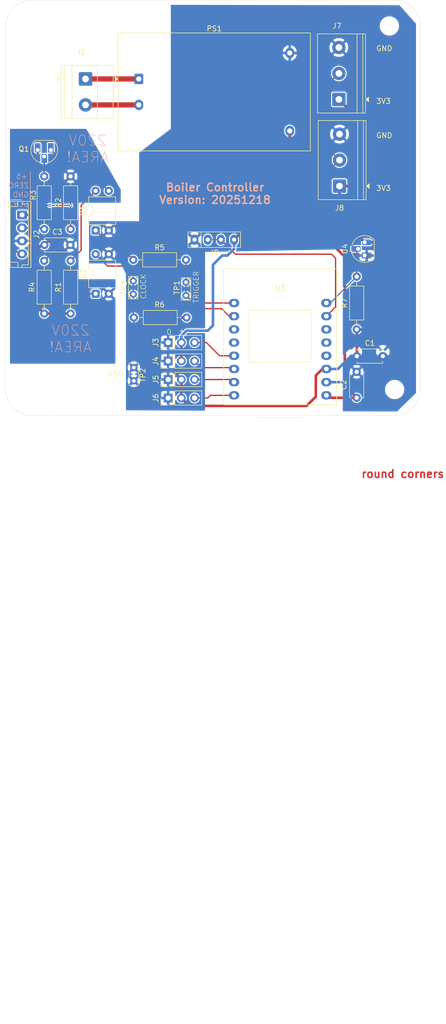
<source format=kicad_pcb>
(kicad_pcb (version 20241229) (generator "pcbnew") (generator_version "9.0")
  (layers (0 "F.Cu" signal) (2 "B.Cu" signal) (13 "F.Paste" user) (15 "B.Paste" user) (5 "F.SilkS" user "F.Silkscreen") (7 "B.SilkS" user "B.Silkscreen") (1 "F.Mask" user) (3 "B.Mask" user) (25 "Edge.Cuts" user))
  (net 0 "")
  (net 1 "GND")
  (net 2 "+5V")
  (net 3 "+5V+EXT")
  (net 4 "/D7_5V")
  (net 5 "/D8_5V")
  (net 6 "/D9_3V")
  (net 7 "/ZERO")
  (net 8 "Net-(Q1-C)")
  (net 9 "GND_EXT")
  (net 10 "/SCR")
  (net 11 "/D10_3v")
  (net 12 "/CLOCK")
  (net 13 "+3V3")
  (net 14 "/TRIGGER")
  (net 15 "Net-(J7-Pin_2)")
  (net 16 "Net-(Q1-B)")
  (net 17 "Net-(Q1-E)")
  (net 18 "/STATUS_LEDS")
  (net 24 "Net-(J1-Pin_1)")
  (net 25 "Net-(J1-Pin_2)")
  (net 26 "Net-(R1-Pad2)")
  (net 27 "Net-(R5-Pad1)")
  (footprint "TerminalBlock_Phoenix:TerminalBlock_Phoenix_PT-1,5-3-5.0-H_1x03_P5.00mm_Horizontal" (layer "F.Cu") (at 64.2555 -60.856 90)
    (property "Reference" "J7" (at 14.144 -0.3835 180) (layer "F.SilkS"))
    (property "Value" "BOILER1")
    (fp_line (start 12.62 -4.12) (end 12.62 5.12) (stroke (width 0.12)) (layer "F.SilkS"))
    (fp_line (start -2.62 -4.12) (end 12.62 -4.12) (stroke (width 0.12)) (layer "F.SilkS"))
    (fp_line (start -2.62 3.5) (end 12.62 3.5) (stroke (width 0.12)) (layer "F.SilkS"))
    (fp_line (start -2.62 4.6) (end 12.62 4.6) (stroke (width 0.12)) (layer "F.SilkS"))
    (fp_line (start 12.62 5.12) (end 0.3 5.12) (stroke (width 0.12)) (layer "F.SilkS"))
    (fp_line (start -0.3 5.12) (end -2.62 5.12) (stroke (width 0.12)) (layer "F.SilkS"))
    (fp_line (start -2.62 5.12) (end -2.62 -4.12) (stroke (width 0.12)) (layer "F.SilkS"))
    (fp_poly (pts (xy 0 5.12) (xy 0.44 5.73) (xy -0.44 5.73)) (stroke (width 0.12)) (fill yes) (layer "F.SilkS"))
    (pad "1" thru_hole roundrect (at 0 0 90) (size 2.6 2.6) (drill 1.3) (layers "*.Cu" "*.Mask") (roundrect_rratio 0.096154) (net 13 "+3V3"))
    (pad "2" thru_hole circle (at 5 0 90) (size 2.6 2.6) (drill 1.3) (layers "*.Cu" "*.Mask") (net 15 "Net-(J7-Pin_2)"))
    (pad "3" thru_hole circle (at 10 0 90) (size 2.6 2.6) (drill 1.3) (layers "*.Cu" "*.Mask") (net 1 "GND"))
  )
  (footprint "Connector_PinHeader_2.54mm:PinHeader_1x03_P2.54mm_Vertical" (layer "F.Cu") (at 31.36 -10.484 90)
    (property "Reference" "J4" (at 0 -2.38 90) (layer "F.SilkS"))
    (property "Value" "IO8")
    (fp_line (start -1.38 -1.38) (end 0 -1.38) (stroke (width 0.12)) (layer "F.SilkS"))
    (fp_line (start -1.38 0) (end -1.38 -1.38) (stroke (width 0.12)) (layer "F.SilkS"))
    (fp_line (start 1.38 1.27) (end 1.38 6.46) (stroke (width 0.12)) (layer "F.SilkS"))
    (fp_line (start -1.38 1.27) (end 1.38 1.27) (stroke (width 0.12)) (layer "F.SilkS"))
    (fp_line (start -1.38 1.27) (end -1.38 6.46) (stroke (width 0.12)) (layer "F.SilkS"))
    (fp_line (start -1.38 6.46) (end 1.38 6.46) (stroke (width 0.12)) (layer "F.SilkS"))
    (pad "1" thru_hole rect (at 0 0 90) (size 1.7 1.7) (drill 1) (layers "*.Cu" "*.Mask") (net 1 "GND"))
    (pad "2" thru_hole circle (at 0 2.54 90) (size 1.7 1.7) (drill 1) (layers "*.Cu" "*.Mask") (net 2 "+5V"))
    (pad "3" thru_hole circle (at 0 5.08 90) (size 1.7 1.7) (drill 1) (layers "*.Cu" "*.Mask") (net 5 "/D8_5V"))
  )
  (footprint "Resistor_THT:R_Axial_DIN0207_L6.3mm_D2.5mm_P10.16mm_Horizontal" (layer "F.Cu") (at 7.484 -35.884 90)
    (property "Reference" "R3" (at 6.534 -2.15 90) (layer "F.SilkS"))
    (property "Value" "22k")
    (fp_line (start 9.12 0) (end 8.35 0) (stroke (width 0.12)) (layer "F.SilkS"))
    (fp_line (start 1.04 0) (end 1.81 0) (stroke (width 0.12)) (layer "F.SilkS"))
    (fp_rect (start 1.81 -1.37) (end 8.35 1.37) (stroke (width 0.12)) (fill no) (layer "F.SilkS"))
    (pad "1" thru_hole circle (at 0 0 90) (size 1.6 1.6) (drill 0.8) (layers "*.Cu" "*.Mask") (net 7 "/ZERO"))
    (pad "2" thru_hole circle (at 10.16 0 90) (size 1.6 1.6) (drill 0.8) (layers "*.Cu" "*.Mask") (net 16 "Net-(Q1-B)"))
  )
  (footprint "hans:TO-92_Hans" (layer "F.Cu") (at 8.754 -51.136 180)
    (property "Reference" "Q1" (at 5.198 0.172 180) (layer "F.SilkS"))
    (property "Value" "2N4401")
    (fp_line (start -0.53 1.85) (end 3.07 1.85) (stroke (width 0.12)) (layer "F.SilkS"))
    (fp_arc (start 2.05 -2.45) (mid 3.769931 -0.601036) (end 3.078445 1.827684) (stroke (width 0.12)) (layer "F.SilkS"))
    (fp_arc (start -0.541453 1.842156) (mid -1.247298 -0.581475) (end 0.45 -2.45) (stroke (width 0.12)) (layer "F.SilkS"))
    (pad "1" thru_hole rect (at 0 0 180) (size 1.1 1.8) (drill 0.75 (offset 0 0.4)) (layers "*.Cu" "*.Mask") (net 17 "Net-(Q1-E)"))
    (pad "2" thru_hole roundrect (at 1.27 -1.27 180) (size 1.1 1.8) (drill 0.75 (offset 0 -0.4)) (layers "*.Cu" "*.Mask") (net 16 "Net-(Q1-B)"))
    (pad "3" thru_hole roundrect (at 2.54 0 180) (size 1.1 1.8) (drill 0.75 (offset 0 0.4)) (layers "*.Cu" "*.Mask") (net 8 "Net-(Q1-C)"))
  )
  (footprint "Converter_ACDC:Converter_ACDC_Hi-Link_HLK-PMxx" (layer "F.Cu") (at 25.7085 -64.8)
    (property "Reference" "PS1" (at 14.54 -9.7 0) (layer "F.SilkS"))
    (property "Value" "HLK-PM01")
    (fp_line (start -3.97 -8.86) (end 33.05 -8.86) (stroke (width 0.12)) (layer "F.SilkS"))
    (fp_line (start -3.97 -0.296) (end -3.97 -8.86) (stroke (width 0.12)) (layer "F.SilkS"))
    (fp_line (start -3.97 13.86) (end -3.97 0.296) (stroke (width 0.12)) (layer "F.SilkS"))
    (fp_line (start 33.05 -8.86) (end 33.05 13.86) (stroke (width 0.12)) (layer "F.SilkS"))
    (fp_line (start 33.05 13.86) (end -3.97 13.86) (stroke (width 0.12)) (layer "F.SilkS"))
    (fp_poly (pts (xy -3.97 0) (xy -4.58 0.44) (xy -4.58 -0.44)) (stroke (width 0.12)) (fill yes) (layer "F.SilkS"))
    (pad "1" thru_hole roundrect (at 0 0) (size 1.7 2) (drill 1) (layers "*.Cu" "*.Mask") (roundrect_rratio 0.147059) (net 24 "Net-(J1-Pin_1)"))
    (pad "2" thru_hole oval (at 0 5) (size 1.7 2) (drill 1) (layers "*.Cu" "*.Mask") (net 25 "Net-(J1-Pin_2)"))
    (pad "3" thru_hole oval (at 29.08 -5) (size 1.7 2) (drill 1) (layers "*.Cu" "*.Mask") (net 1 "GND"))
    (pad "4" thru_hole oval (at 29.08 10) (size 1.7 2) (drill 1) (layers "*.Cu" "*.Mask") (net 2 "+5V"))
  )
  (footprint "Connector_PinHeader_2.54mm:PinHeader_1x03_P2.54mm_Vertical" (layer "F.Cu") (at 31.36 -14.04 90)
    (property "Reference" "J3" (at 0 -2.38 90) (layer "F.SilkS"))
    (property "Value" "IO7")
    (fp_line (start -1.38 -1.38) (end 0 -1.38) (stroke (width 0.12)) (layer "F.SilkS"))
    (fp_line (start -1.38 0) (end -1.38 -1.38) (stroke (width 0.12)) (layer "F.SilkS"))
    (fp_line (start 1.38 1.27) (end 1.38 6.46) (stroke (width 0.12)) (layer "F.SilkS"))
    (fp_line (start -1.38 1.27) (end 1.38 1.27) (stroke (width 0.12)) (layer "F.SilkS"))
    (fp_line (start -1.38 1.27) (end -1.38 6.46) (stroke (width 0.12)) (layer "F.SilkS"))
    (fp_line (start -1.38 6.46) (end 1.38 6.46) (stroke (width 0.12)) (layer "F.SilkS"))
    (pad "1" thru_hole rect (at 0 0 90) (size 1.7 1.7) (drill 1) (layers "*.Cu" "*.Mask") (net 1 "GND"))
    (pad "2" thru_hole circle (at 0 2.54 90) (size 1.7 1.7) (drill 1) (layers "*.Cu" "*.Mask") (net 2 "+5V"))
    (pad "3" thru_hole circle (at 0 5.08 90) (size 1.7 1.7) (drill 1) (layers "*.Cu" "*.Mask") (net 4 "/D7_5V"))
  )
  (footprint "TestPoint:TestPoint_Bridge_Pitch2.54mm_Drill0.7mm" (layer "F.Cu") (at 34.798 -23.114 90)
    (property "Reference" "TP1" (at 1.524 -1.778 90) (layer "F.SilkS"))
    (property "Value" "TestPoint")
    (fp_line (start -0.9 -0.9) (end 3.4 -0.9) (stroke (width 0.12)) (layer "F.SilkS"))
    (fp_line (start -0.9 -0.9) (end -0.9 0.9) (stroke (width 0.12)) (layer "F.SilkS"))
    (fp_line (start 3.4 0.9) (end 3.4 -0.9) (stroke (width 0.12)) (layer "F.SilkS"))
    (fp_line (start 3.4 0.9) (end -0.9 0.9) (stroke (width 0.12)) (layer "F.SilkS"))
    (pad "1" thru_hole circle (at 0 0 90) (size 1.4 1.4) (drill 0.7) (layers "*.Cu" "*.Mask") (net 14 "/TRIGGER"))
    (pad "1" thru_hole circle (at 2.54 0 90) (size 1.4 1.4) (drill 0.7) (layers "*.Cu" "*.Mask") (net 14 "/TRIGGER"))
  )
  (footprint "Resistor_THT:R_Axial_DIN0207_L6.3mm_D2.5mm_P10.16mm_Horizontal" (layer "F.Cu") (at 12.564 -35.884 90)
    (property "Reference" "R2" (at 5.08 -2.37 90) (layer "F.SilkS"))
    (property "Value" "2k2")
    (fp_line (start 9.12 0) (end 8.35 0) (stroke (width 0.12)) (layer "F.SilkS"))
    (fp_line (start 1.04 0) (end 1.81 0) (stroke (width 0.12)) (layer "F.SilkS"))
    (fp_rect (start 1.81 -1.37) (end 8.35 1.37) (stroke (width 0.12)) (fill no) (layer "F.SilkS"))
    (pad "1" thru_hole circle (at 0 0 90) (size 1.6 1.6) (drill 0.8) (layers "*.Cu" "*.Mask") (net 10 "/SCR"))
    (pad "2" thru_hole circle (at 10.16 0 90) (size 1.6 1.6) (drill 0.8) (layers "*.Cu" "*.Mask") (net 9 "GND_EXT"))
  )
  (footprint "Capacitor_THT:C_Disc_D4.7mm_W2.5mm_P5.00mm" (layer "F.Cu") (at 7.524 -32.836)
    (property "Reference" "C3" (at 2.5 -2.5 0) (layer "F.SilkS"))
    (property "Value" "100n")
    (fp_line (start 0.03 -1.37) (end 4.97 -1.37) (stroke (width 0.12)) (layer "F.SilkS"))
    (fp_line (start 0.03 -1.04) (end 0.03 -1.37) (stroke (width 0.12)) (layer "F.SilkS"))
    (fp_line (start 0.03 1.37) (end 0.03 1.04) (stroke (width 0.12)) (layer "F.SilkS"))
    (fp_line (start 4.97 -1.37) (end 4.97 -1.04) (stroke (width 0.12)) (layer "F.SilkS"))
    (fp_line (start 4.97 1.04) (end 4.97 1.37) (stroke (width 0.12)) (layer "F.SilkS"))
    (fp_line (start 4.97 1.37) (end 0.03 1.37) (stroke (width 0.12)) (layer "F.SilkS"))
    (pad "1" thru_hole circle (at 0 0) (size 1.6 1.6) (drill 0.8) (layers "*.Cu" "*.Mask") (net 3 "+5V+EXT"))
    (pad "2" thru_hole circle (at 5 0) (size 1.6 1.6) (drill 0.8) (layers "*.Cu" "*.Mask") (net 9 "GND_EXT"))
  )
  (footprint "Capacitor_THT:C_Disc_D4.7mm_W2.5mm_P5.00mm" (layer "F.Cu") (at 67.722 -11.43)
    (property "Reference" "C1" (at 2.5 -2.5 0) (layer "F.SilkS"))
    (property "Value" "100n")
    (fp_line (start 0.03 -1.37) (end 4.97 -1.37) (stroke (width 0.12)) (layer "F.SilkS"))
    (fp_line (start 0.03 -1.04) (end 0.03 -1.37) (stroke (width 0.12)) (layer "F.SilkS"))
    (fp_line (start 0.03 1.37) (end 0.03 1.04) (stroke (width 0.12)) (layer "F.SilkS"))
    (fp_line (start 4.97 -1.37) (end 4.97 -1.04) (stroke (width 0.12)) (layer "F.SilkS"))
    (fp_line (start 4.97 1.04) (end 4.97 1.37) (stroke (width 0.12)) (layer "F.SilkS"))
    (fp_line (start 4.97 1.37) (end 0.03 1.37) (stroke (width 0.12)) (layer "F.SilkS"))
    (pad "1" thru_hole circle (at 0 0) (size 1.6 1.6) (drill 0.8) (layers "*.Cu" "*.Mask") (net 13 "+3V3"))
    (pad "2" thru_hole circle (at 5 0) (size 1.6 1.6) (drill 0.8) (layers "*.Cu" "*.Mask") (net 1 "GND"))
  )
  (footprint "Resistor_THT:R_Axial_DIN0207_L6.3mm_D2.5mm_P10.16mm_Horizontal" (layer "F.Cu") (at 67.682 -16.58 90)
    (property "Reference" "R7" (at 5.08 -2.37 90) (layer "F.SilkS"))
    (property "Value" "4k7")
    (fp_line (start 9.12 0) (end 8.35 0) (stroke (width 0.12)) (layer "F.SilkS"))
    (fp_line (start 1.04 0) (end 1.81 0) (stroke (width 0.12)) (layer "F.SilkS"))
    (fp_rect (start 1.81 -1.37) (end 8.35 1.37) (stroke (width 0.12)) (fill no) (layer "F.SilkS"))
    (pad "1" thru_hole circle (at 0 0 90) (size 1.6 1.6) (drill 0.8) (layers "*.Cu" "*.Mask") (net 13 "+3V3"))
    (pad "2" thru_hole circle (at 10.16 0 90) (size 1.6 1.6) (drill 0.8) (layers "*.Cu" "*.Mask") (net 15 "Net-(J7-Pin_2)"))
  )
  (footprint "Capacitor_THT:C_Disc_D4.7mm_W2.5mm_P5.00mm" (layer "F.Cu") (at 67.682 -3.412 90)
    (property "Reference" "C2" (at 2.5 -2.5 90) (layer "F.SilkS"))
    (property "Value" "100n")
    (fp_line (start 4.97 -1.37) (end 4.97 -1.04) (stroke (width 0.12)) (layer "F.SilkS"))
    (fp_line (start 0.03 -1.37) (end 4.97 -1.37) (stroke (width 0.12)) (layer "F.SilkS"))
    (fp_line (start 0.03 -1.04) (end 0.03 -1.37) (stroke (width 0.12)) (layer "F.SilkS"))
    (fp_line (start 4.97 1.04) (end 4.97 1.37) (stroke (width 0.12)) (layer "F.SilkS"))
    (fp_line (start 4.97 1.37) (end 0.03 1.37) (stroke (width 0.12)) (layer "F.SilkS"))
    (fp_line (start 0.03 1.37) (end 0.03 1.04) (stroke (width 0.12)) (layer "F.SilkS"))
    (pad "1" thru_hole circle (at 0 0 90) (size 1.6 1.6) (drill 0.8) (layers "*.Cu" "*.Mask") (net 2 "+5V"))
    (pad "2" thru_hole circle (at 5 0 90) (size 1.6 1.6) (drill 0.8) (layers "*.Cu" "*.Mask") (net 1 "GND"))
  )
  (footprint "Resistor_THT:R_Axial_DIN0207_L6.3mm_D2.5mm_P10.16mm_Horizontal" (layer "F.Cu") (at 34.916 -18.866 180)
    (property "Reference" "R6" (at 5.198 2.47 0) (layer "F.SilkS"))
    (property "Value" "10k")
    (fp_line (start 9.12 0) (end 8.35 0) (stroke (width 0.12)) (layer "F.SilkS"))
    (fp_line (start 1.04 0) (end 1.81 0) (stroke (width 0.12)) (layer "F.SilkS"))
    (fp_rect (start 1.81 -1.37) (end 8.35 1.37) (stroke (width 0.12)) (fill no) (layer "F.SilkS"))
    (pad "1" thru_hole circle (at 0 0 180) (size 1.6 1.6) (drill 0.8) (layers "*.Cu" "*.Mask") (net 13 "+3V3"))
    (pad "2" thru_hole circle (at 10.16 0 180) (size 1.6 1.6) (drill 0.8) (layers "*.Cu" "*.Mask") (net 12 "/CLOCK"))
  )
  (footprint "Resistor_THT:R_Axial_DIN0207_L6.3mm_D2.5mm_P10.16mm_Horizontal" (layer "F.Cu") (at 12.564 -19.628 90)
    (property "Reference" "R1" (at 5.08 -2.37 90) (layer "F.SilkS"))
    (property "Value" "100")
    (fp_line (start 9.12 0) (end 8.35 0) (stroke (width 0.12)) (layer "F.SilkS"))
    (fp_line (start 1.04 0) (end 1.81 0) (stroke (width 0.12)) (layer "F.SilkS"))
    (fp_rect (start 1.81 -1.37) (end 8.35 1.37) (stroke (width 0.12)) (fill no) (layer "F.SilkS"))
    (pad "1" thru_hole circle (at 0 0 90) (size 1.6 1.6) (drill 0.8) (layers "*.Cu" "*.Mask") (net 3 "+5V+EXT"))
    (pad "2" thru_hole circle (at 10.16 0 90) (size 1.6 1.6) (drill 0.8) (layers "*.Cu" "*.Mask") (net 26 "Net-(R1-Pad2)"))
  )
  (footprint "TestPoint:TestPoint_Bridge_Pitch2.54mm_Drill0.7mm" (layer "F.Cu") (at 24.756 -6.674 90)
    (property "Reference" "TP2" (at 1.1 1.7 90) (layer "F.SilkS"))
    (property "Value" "TestPoint")
    (fp_line (start -0.9 -0.9) (end 3.4 -0.9) (stroke (width 0.12)) (layer "F.SilkS"))
    (fp_line (start -0.9 -0.9) (end -0.9 0.9) (stroke (width 0.12)) (layer "F.SilkS"))
    (fp_line (start 3.4 0.9) (end 3.4 -0.9) (stroke (width 0.12)) (layer "F.SilkS"))
    (fp_line (start 3.4 0.9) (end -0.9 0.9) (stroke (width 0.12)) (layer "F.SilkS"))
    (pad "1" thru_hole circle (at 0 0 90) (size 1.4 1.4) (drill 0.7) (layers "*.Cu" "*.Mask") (net 1 "GND"))
    (pad "1" thru_hole circle (at 2.54 0 90) (size 1.4 1.4) (drill 0.7) (layers "*.Cu" "*.Mask") (net 1 "GND"))
  )
  (footprint "TerminalBlock_Phoenix:TerminalBlock_Phoenix_PT-1,5-3-5.0-H_1x03_P5.00mm_Horizontal" (layer "F.Cu") (at 64.38 -44.172 90)
    (property "Reference" "J8" (at -4.224 0 180) (layer "F.SilkS"))
    (property "Value" "BOILER2")
    (fp_line (start 12.62 -4.12) (end 12.62 5.12) (stroke (width 0.12)) (layer "F.SilkS"))
    (fp_line (start -2.62 -4.12) (end 12.62 -4.12) (stroke (width 0.12)) (layer "F.SilkS"))
    (fp_line (start -2.62 3.5) (end 12.62 3.5) (stroke (width 0.12)) (layer "F.SilkS"))
    (fp_line (start -2.62 4.6) (end 12.62 4.6) (stroke (width 0.12)) (layer "F.SilkS"))
    (fp_line (start 12.62 5.12) (end 0.3 5.12) (stroke (width 0.12)) (layer "F.SilkS"))
    (fp_line (start -0.3 5.12) (end -2.62 5.12) (stroke (width 0.12)) (layer "F.SilkS"))
    (fp_line (start -2.62 5.12) (end -2.62 -4.12) (stroke (width 0.12)) (layer "F.SilkS"))
    (fp_poly (pts (xy 0 5.12) (xy 0.44 5.73) (xy -0.44 5.73)) (stroke (width 0.12)) (fill yes) (layer "F.SilkS"))
    (pad "1" thru_hole roundrect (at 0 0 90) (size 2.6 2.6) (drill 1.3) (layers "*.Cu" "*.Mask") (roundrect_rratio 0.096154) (net 13 "+3V3"))
    (pad "2" thru_hole circle (at 5 0 90) (size 2.6 2.6) (drill 1.3) (layers "*.Cu" "*.Mask") (net 15 "Net-(J7-Pin_2)"))
    (pad "3" thru_hole circle (at 10 0 90) (size 2.6 2.6) (drill 1.3) (layers "*.Cu" "*.Mask") (net 1 "GND"))
  )
  (footprint "hans:Pad_01x04" (layer "F.Cu") (at 40.25 -33.852)
    (property "Reference" "J9" (at 0 2.5 0) (layer "F.SilkS"))
    (property "Value" "Status Leds")
    (fp_line (start -5.06 -1.5) (end 5.06 -1.5) (stroke (width 0.12)) (layer "F.SilkS"))
    (fp_line (start -5.06 1.5) (end -5.06 -1.5) (stroke (width 0.12)) (layer "F.SilkS"))
    (fp_line (start -2.54 -1.5) (end -2.54 1.5) (stroke (width 0.12)) (layer "F.SilkS"))
    (fp_line (start 5.06 -1.5) (end 5.06 1.5) (stroke (width 0.12)) (layer "F.SilkS"))
    (fp_line (start 5.06 1.5) (end -5.06 1.5) (stroke (width 0.12)) (layer "F.SilkS"))
    (pad "1" thru_hole oval (at -3.81 0) (size 1.5 2) (drill 0.8) (layers "*.Cu" "*.Mask") (net 1 "GND"))
    (pad "2" thru_hole oval (at -1.27 0) (size 1.5 2) (drill 0.8) (layers "*.Cu" "*.Mask") (net 18 "/STATUS_LEDS"))
    (pad "3" thru_hole oval (at 1.27 0) (size 1.5 2) (drill 0.8) (layers "*.Cu" "*.Mask") (net 18 "/STATUS_LEDS"))
    (pad "4" thru_hole oval (at 3.81 0) (size 1.5 2) (drill 0.8) (layers "*.Cu" "*.Mask") (net 2 "+5V"))
  )
  (footprint "MountingHole:MountingHole_3.2mm_M3" (layer "F.Cu") (at 73.984 -75)
    (property "Reference" "H2" (hide yes))
    (property "Value" "MountingHole")
    (pad "" np_thru_hole circle (at 0 0) (size 3.2 3.2) (drill 3.2) (layers "*.Cu" "*.Mask"))
  )
  (footprint "hans:ESP32_C3_oled" (layer "F.Cu") (at 52.95 -12.77)
    (property "Reference" "U3" (at 0 -11.69 0) (layer "F.SilkS"))
    (property "Value" "ESP32_C3_oled")
    (fp_line (start -10.89 -15.5) (end -10.89 10.69) (stroke (width 0.12)) (layer "F.SilkS"))
    (fp_line (start -10.89 -15.5) (end 10.89 -15.5) (stroke (width 0.1)) (layer "F.SilkS"))
    (fp_line (start -10.89 10.69) (end 10.89 10.69) (stroke (width 0.12)) (layer "F.SilkS"))
    (fp_line (start -6 -7.5) (end 6 -7.5) (stroke (width 0.1)) (layer "F.SilkS"))
    (fp_line (start -6 2.5) (end -6 -7.5) (stroke (width 0.1)) (layer "F.SilkS"))
    (fp_line (start -4.47 13.15) (end 4.47 13.15) (stroke (width 0.1)) (layer "F.SilkS"))
    (fp_line (start 6 -7.5) (end 6 2.5) (stroke (width 0.1)) (layer "F.SilkS"))
    (fp_line (start 6 2.5) (end -6 2.5) (stroke (width 0.1)) (layer "F.SilkS"))
    (fp_line (start 10.89 10.69) (end 10.89 -15.5) (stroke (width 0.12)) (layer "F.SilkS"))
    (pad "1" thru_hole oval (at -8.89 -8.89 270) (size 1.6 2) (drill 0.9) (layers "*.Cu" "*.Mask") (net 14 "/TRIGGER"))
    (pad "2" thru_hole oval (at -8.89 -6.35 270) (size 1.6 2) (drill 0.9) (layers "*.Cu" "*.Mask") (net 12 "/CLOCK"))
    (pad "3" thru_hole oval (at -8.89 -3.81 270) (size 1.6 2) (drill 0.9) (layers "*.Cu" "*.Mask"))
    (pad "4" thru_hole oval (at -8.89 -1.27 270) (size 1.6 2) (drill 0.9) (layers "*.Cu" "*.Mask"))
    (pad "5" thru_hole oval (at -8.89 1.27 270) (size 1.6 2) (drill 0.9) (layers "*.Cu" "*.Mask") (net 4 "/D7_5V"))
    (pad "6" thru_hole oval (at -8.89 3.81 270) (size 1.6 2) (drill 0.9) (layers "*.Cu" "*.Mask") (net 5 "/D8_5V"))
    (pad "7" thru_hole oval (at -8.89 6.35 270) (size 1.6 2) (drill 0.9) (layers "*.Cu" "*.Mask") (net 6 "/D9_3V"))
    (pad "8" thru_hole oval (at -8.89 8.89 270) (size 1.6 2) (drill 0.9) (layers "*.Cu" "*.Mask") (net 11 "/D10_3v"))
    (pad "9" thru_hole oval (at 8.89 8.89 270) (size 1.6 2) (drill 0.9) (layers "*.Cu" "*.Mask") (net 2 "+5V"))
    (pad "10" thru_hole oval (at 8.89 6.35 270) (size 1.6 2) (drill 0.9) (layers "*.Cu" "*.Mask") (net 1 "GND"))
    (pad "11" thru_hole oval (at 8.89 3.81 270) (size 1.6 2) (drill 0.9) (layers "*.Cu" "*.Mask") (net 13 "+3V3"))
    (pad "12" thru_hole oval (at 8.89 1.27 270) (size 1.6 2) (drill 0.9) (layers "*.Cu" "*.Mask"))
    (pad "13" thru_hole oval (at 8.89 -1.27 270) (size 1.6 2) (drill 0.9) (layers "*.Cu" "*.Mask"))
    (pad "14" thru_hole oval (at 8.89 -3.81 270) (size 1.6 2) (drill 0.9) (layers "*.Cu" "*.Mask"))
    (pad "15" thru_hole oval (at 8.89 -6.35 270) (size 1.6 2) (drill 0.9) (layers "*.Cu" "*.Mask") (net 18 "/STATUS_LEDS"))
    (pad "16" thru_hole oval (at 8.89 -8.89 270) (size 1.6 2) (drill 0.9) (layers "*.Cu" "*.Mask") (net 15 "Net-(J7-Pin_2)"))
  )
  (footprint "Connector_JST:JST_EH_B4B-EH-A_1x04_P2.50mm_Vertical" (layer "F.Cu") (at 3.212 -38.618 -90)
    (property "Reference" "J2" (at 3.75 -2.8 270) (layer "F.SilkS"))
    (property "Value" "Conn_01x04_Socket")
    (fp_line (start -2.91 2.61) (end -0.41 2.61) (stroke (width 0.12)) (layer "F.SilkS"))
    (fp_line (start -2.61 2.31) (end 10.11 2.31) (stroke (width 0.12)) (layer "F.SilkS"))
    (fp_line (start 10.11 2.31) (end 10.11 -1.71) (stroke (width 0.12)) (layer "F.SilkS"))
    (fp_line (start -2.61 0.81) (end -1.61 0.81) (stroke (width 0.12)) (layer "F.SilkS"))
    (fp_line (start -1.61 0.81) (end -1.61 2.31) (stroke (width 0.12)) (layer "F.SilkS"))
    (fp_line (start 9.11 0.81) (end 9.11 2.31) (stroke (width 0.12)) (layer "F.SilkS"))
    (fp_line (start 10.11 0.81) (end 9.11 0.81) (stroke (width 0.12)) (layer "F.SilkS"))
    (fp_line (start -2.91 0.11) (end -2.91 2.61) (stroke (width 0.12)) (layer "F.SilkS"))
    (fp_line (start -2.61 0) (end -2.11 0) (stroke (width 0.12)) (layer "F.SilkS"))
    (fp_line (start -2.11 0) (end -2.11 -1.21) (stroke (width 0.12)) (layer "F.SilkS"))
    (fp_line (start 9.61 0) (end 10.11 0) (stroke (width 0.12)) (layer "F.SilkS"))
    (fp_line (start -2.11 -1.21) (end 9.61 -1.21) (stroke (width 0.12)) (layer "F.SilkS"))
    (fp_line (start 9.61 -1.21) (end 9.61 0) (stroke (width 0.12)) (layer "F.SilkS"))
    (fp_line (start -2.61 -1.71) (end -2.61 2.31) (stroke (width 0.12)) (layer "F.SilkS"))
    (fp_line (start 10.11 -1.71) (end -2.61 -1.71) (stroke (width 0.12)) (layer "F.SilkS"))
    (pad "1" thru_hole roundrect (at 0 0 270) (size 1.7 1.95) (drill 0.95) (layers "*.Cu" "*.Mask") (roundrect_rratio 0.147059) (net 3 "+5V+EXT"))
    (pad "2" thru_hole oval (at 2.5 0 270) (size 1.7 1.95) (drill 0.95) (layers "*.Cu" "*.Mask") (net 7 "/ZERO"))
    (pad "3" thru_hole oval (at 5 0 270) (size 1.7 1.95) (drill 0.95) (layers "*.Cu" "*.Mask") (net 9 "GND_EXT"))
    (pad "4" thru_hole oval (at 7.5 0 270) (size 1.7 1.95) (drill 0.95) (layers "*.Cu" "*.Mask") (net 10 "/SCR"))
  )
  (footprint "TestPoint:TestPoint_Bridge_Pitch2.54mm_Drill0.7mm" (layer "F.Cu") (at 24.638 -23.368 90)
    (property "Reference" "TP3" (at 1.27 -1.778 90) (layer "F.SilkS"))
    (property "Value" "TestPoint")
    (fp_line (start -0.9 -0.9) (end 3.4 -0.9) (stroke (width 0.12)) (layer "F.SilkS"))
    (fp_line (start -0.9 -0.9) (end -0.9 0.9) (stroke (width 0.12)) (layer "F.SilkS"))
    (fp_line (start 3.4 0.9) (end 3.4 -0.9) (stroke (width 0.12)) (layer "F.SilkS"))
    (fp_line (start 3.4 0.9) (end -0.9 0.9) (stroke (width 0.12)) (layer "F.SilkS"))
    (pad "1" thru_hole circle (at 0 0 90) (size 1.4 1.4) (drill 0.7) (layers "*.Cu" "*.Mask") (net 12 "/CLOCK"))
    (pad "1" thru_hole circle (at 2.54 0 90) (size 1.4 1.4) (drill 0.7) (layers "*.Cu" "*.Mask") (net 12 "/CLOCK"))
  )
  (footprint "Resistor_THT:R_Axial_DIN0207_L6.3mm_D2.5mm_P10.16mm_Horizontal" (layer "F.Cu") (at 24.638 -29.972)
    (property "Reference" "R5" (at 5.08 -2.37 0) (layer "F.SilkS"))
    (property "Value" "470")
    (fp_line (start 1.04 0) (end 1.81 0) (stroke (width 0.12)) (layer "F.SilkS"))
    (fp_line (start 9.12 0) (end 8.35 0) (stroke (width 0.12)) (layer "F.SilkS"))
    (fp_rect (start 1.81 -1.37) (end 8.35 1.37) (stroke (width 0.12)) (fill no) (layer "F.SilkS"))
    (pad "1" thru_hole circle (at 0 0) (size 1.6 1.6) (drill 0.8) (layers "*.Cu" "*.Mask") (net 27 "Net-(R5-Pad1)"))
    (pad "2" thru_hole circle (at 10.16 0) (size 1.6 1.6) (drill 0.8) (layers "*.Cu" "*.Mask") (net 14 "/TRIGGER"))
  )
  (footprint "Package_DIP:DIP-4_W7.62mm" (layer "F.Cu") (at 17.385 -35.635 90)
    (property "Reference" "U1" (at 3.81 -2.33 90) (layer "F.SilkS"))
    (property "Value" "PC817")
    (fp_line (start 6.46 -1.33) (end 4.81 -1.33) (stroke (width 0.12)) (layer "F.SilkS"))
    (fp_line (start 2.81 -1.33) (end 1.16 -1.33) (stroke (width 0.12)) (layer "F.SilkS"))
    (fp_line (start 1.16 -1.33) (end 1.16 3.87) (stroke (width 0.12)) (layer "F.SilkS"))
    (fp_line (start 6.46 3.87) (end 6.46 -1.33) (stroke (width 0.12)) (layer "F.SilkS"))
    (fp_line (start 1.16 3.87) (end 6.46 3.87) (stroke (width 0.12)) (layer "F.SilkS"))
    (fp_arc (start 4.81 -1.33) (mid 3.81 -0.33) (end 2.81 -1.33) (stroke (width 0.12)) (layer "F.SilkS"))
    (pad "1" thru_hole roundrect (at 0 0 90) (size 1.6 1.6) (drill 0.8) (layers "*.Cu" "*.Mask") (roundrect_rratio 0.15625) (net 27 "Net-(R5-Pad1)"))
    (pad "2" thru_hole circle (at 0 2.54 90) (size 1.6 1.6) (drill 0.8) (layers "*.Cu" "*.Mask") (net 1 "GND"))
    (pad "3" thru_hole circle (at 7.62 2.54 90) (size 1.6 1.6) (drill 0.8) (layers "*.Cu" "*.Mask") (net 10 "/SCR"))
    (pad "4" thru_hole circle (at 7.62 0 90) (size 1.6 1.6) (drill 0.8) (layers "*.Cu" "*.Mask") (net 26 "Net-(R1-Pad2)"))
  )
  (footprint "MountingHole:MountingHole_3.2mm_M3" (layer "F.Cu") (at 5 -5)
    (property "Reference" "H3" (hide yes))
    (property "Value" "MountingHole")
    (pad "" np_thru_hole circle (at 0 0) (size 3.2 3.2) (drill 3.2) (layers "*.Cu" "*.Mask"))
  )
  (footprint "Resistor_THT:R_Axial_DIN0207_L6.3mm_D2.5mm_P10.16mm_Horizontal" (layer "F.Cu") (at 7.484 -19.628 90)
    (property "Reference" "R4" (at 5.08 -2.37 90) (layer "F.SilkS"))
    (property "Value" "1k")
    (fp_line (start 9.12 0) (end 8.35 0) (stroke (width 0.12)) (layer "F.SilkS"))
    (fp_line (start 1.04 0) (end 1.81 0) (stroke (width 0.12)) (layer "F.SilkS"))
    (fp_rect (start 1.81 -1.37) (end 8.35 1.37) (stroke (width 0.12)) (fill no) (layer "F.SilkS"))
    (pad "1" thru_hole circle (at 0 0 90) (size 1.6 1.6) (drill 0.8) (layers "*.Cu" "*.Mask") (net 3 "+5V+EXT"))
    (pad "2" thru_hole circle (at 10.16 0 90) (size 1.6 1.6) (drill 0.8) (layers "*.Cu" "*.Mask") (net 8 "Net-(Q1-C)"))
  )
  (footprint "hans:TO-92_Hans" (layer "F.Cu") (at 69.218 -30.804 90)
    (property "Reference" "U4" (at 1.27 -3.8 90) (layer "F.SilkS"))
    (property "Value" "DS18B20")
    (fp_line (start -0.53 1.85) (end 3.07 1.85) (stroke (width 0.12)) (layer "F.SilkS"))
    (fp_arc (start 2.05 -2.45) (mid 3.769931 -0.601036) (end 3.078445 1.827684) (stroke (width 0.12)) (layer "F.SilkS"))
    (fp_arc (start -0.541453 1.842156) (mid -1.247298 -0.581475) (end 0.45 -2.45) (stroke (width 0.12)) (layer "F.SilkS"))
    (pad "1" thru_hole rect (at 0 0 90) (size 1.1 1.8) (drill 0.75 (offset 0 0.4)) (layers "*.Cu" "*.Mask") (net 1 "GND"))
    (pad "2" thru_hole roundrect (at 1.27 -1.27 90) (size 1.1 1.8) (drill 0.75 (offset 0 -0.4)) (layers "*.Cu" "*.Mask") (net 15 "Net-(J7-Pin_2)"))
    (pad "3" thru_hole roundrect (at 2.54 0 90) (size 1.1 1.8) (drill 0.75 (offset 0 0.4)) (layers "*.Cu" "*.Mask") (net 13 "+3V3"))
  )
  (footprint "TerminalBlock_Phoenix:TerminalBlock_Phoenix_MKDS-1,5-2_1x02_P5.00mm_Horizontal" (layer "F.Cu") (at 15.4395 -64.8 -90)
    (property "Reference" "J1" (at -5.12 0.8435 0) (layer "F.SilkS"))
    (property "Value" "Screw_Terminal_01x02")
    (fp_line (start -2.62 4.72) (end -2.62 -5.32) (stroke (width 0.12)) (layer "F.SilkS"))
    (fp_line (start -0.3 4.72) (end -2.62 4.72) (stroke (width 0.12)) (layer "F.SilkS"))
    (fp_line (start 7.62 4.72) (end 0.3 4.72) (stroke (width 0.12)) (layer "F.SilkS"))
    (fp_line (start -2.62 4.1) (end 7.62 4.1) (stroke (width 0.12)) (layer "F.SilkS"))
    (fp_line (start -2.62 2.6) (end 7.62 2.6) (stroke (width 0.12)) (layer "F.SilkS"))
    (fp_line (start -2.62 -2.3) (end 7.62 -2.3) (stroke (width 0.12)) (layer "F.SilkS"))
    (fp_line (start -2.62 -5.32) (end 7.62 -5.32) (stroke (width 0.12)) (layer "F.SilkS"))
    (fp_line (start 7.62 -5.32) (end 7.62 4.72) (stroke (width 0.12)) (layer "F.SilkS"))
    (fp_poly (pts (xy 0 4.72) (xy 0.44 5.33) (xy -0.44 5.33)) (stroke (width 0.12)) (fill yes) (layer "F.SilkS"))
    (pad "1" thru_hole roundrect (at 0 0 270) (size 2.6 2.6) (drill 1.3) (layers "*.Cu" "*.Mask") (roundrect_rratio 0.096154) (net 24 "Net-(J1-Pin_1)"))
    (pad "2" thru_hole circle (at 5 0 270) (size 2.6 2.6) (drill 1.3) (layers "*.Cu" "*.Mask") (net 25 "Net-(J1-Pin_2)"))
  )
  (footprint "MountingHole:MountingHole_3.2mm_M3" (layer "F.Cu") (at 75 -5)
    (property "Reference" "H4" (hide yes))
    (property "Value" "MountingHole")
    (pad "" np_thru_hole circle (at 0 0) (size 3.2 3.2) (drill 3.2) (layers "*.Cu" "*.Mask"))
  )
  (footprint "Connector_PinHeader_2.54mm:PinHeader_1x03_P2.54mm_Vertical" (layer "F.Cu") (at 31.36 -6.928 90)
    (property "Reference" "J5" (at 0 -2.38 90) (layer "F.SilkS"))
    (property "Value" "IO9")
    (fp_line (start -1.38 -1.38) (end 0 -1.38) (stroke (width 0.12)) (layer "F.SilkS"))
    (fp_line (start -1.38 0) (end -1.38 -1.38) (stroke (width 0.12)) (layer "F.SilkS"))
    (fp_line (start 1.38 1.27) (end 1.38 6.46) (stroke (width 0.12)) (layer "F.SilkS"))
    (fp_line (start -1.38 1.27) (end 1.38 1.27) (stroke (width 0.12)) (layer "F.SilkS"))
    (fp_line (start -1.38 1.27) (end -1.38 6.46) (stroke (width 0.12)) (layer "F.SilkS"))
    (fp_line (start -1.38 6.46) (end 1.38 6.46) (stroke (width 0.12)) (layer "F.SilkS"))
    (pad "1" thru_hole rect (at 0 0 90) (size 1.7 1.7) (drill 1) (layers "*.Cu" "*.Mask") (net 1 "GND"))
    (pad "2" thru_hole circle (at 0 2.54 90) (size 1.7 1.7) (drill 1) (layers "*.Cu" "*.Mask") (net 13 "+3V3"))
    (pad "3" thru_hole circle (at 0 5.08 90) (size 1.7 1.7) (drill 1) (layers "*.Cu" "*.Mask") (net 6 "/D9_3V"))
  )
  (footprint "Connector_PinHeader_2.54mm:PinHeader_1x03_P2.54mm_Vertical" (layer "F.Cu") (at 31.36 -3.372 90)
    (property "Reference" "J6" (at 0 -2.38 90) (layer "F.SilkS"))
    (property "Value" "IO10")
    (fp_line (start -1.38 -1.38) (end 0 -1.38) (stroke (width 0.12)) (layer "F.SilkS"))
    (fp_line (start -1.38 0) (end -1.38 -1.38) (stroke (width 0.12)) (layer "F.SilkS"))
    (fp_line (start 1.38 1.27) (end 1.38 6.46) (stroke (width 0.12)) (layer "F.SilkS"))
    (fp_line (start -1.38 1.27) (end 1.38 1.27) (stroke (width 0.12)) (layer "F.SilkS"))
    (fp_line (start -1.38 1.27) (end -1.38 6.46) (stroke (width 0.12)) (layer "F.SilkS"))
    (fp_line (start -1.38 6.46) (end 1.38 6.46) (stroke (width 0.12)) (layer "F.SilkS"))
    (pad "1" thru_hole rect (at 0 0 90) (size 1.7 1.7) (drill 1) (layers "*.Cu" "*.Mask") (net 1 "GND"))
    (pad "2" thru_hole circle (at 0 2.54 90) (size 1.7 1.7) (drill 1) (layers "*.Cu" "*.Mask") (net 13 "+3V3"))
    (pad "3" thru_hole circle (at 0 5.08 90) (size 1.7 1.7) (drill 1) (layers "*.Cu" "*.Mask") (net 11 "/D10_3v"))
  )
  (footprint "Package_DIP:DIP-4_W7.62mm" (layer "F.Cu") (at 17.385 -23.443 90)
    (property "Reference" "U2" (at 3.81 -2.33 90) (layer "F.SilkS"))
    (property "Value" "PC817")
    (fp_line (start 6.46 -1.33) (end 4.81 -1.33) (stroke (width 0.12)) (layer "F.SilkS"))
    (fp_line (start 2.81 -1.33) (end 1.16 -1.33) (stroke (width 0.12)) (layer "F.SilkS"))
    (fp_line (start 1.16 -1.33) (end 1.16 3.87) (stroke (width 0.12)) (layer "F.SilkS"))
    (fp_line (start 6.46 3.87) (end 6.46 -1.33) (stroke (width 0.12)) (layer "F.SilkS"))
    (fp_line (start 1.16 3.87) (end 6.46 3.87) (stroke (width 0.12)) (layer "F.SilkS"))
    (fp_arc (start 4.81 -1.33) (mid 3.81 -0.33) (end 2.81 -1.33) (stroke (width 0.12)) (layer "F.SilkS"))
    (pad "1" thru_hole roundrect (at 0 0 90) (size 1.6 1.6) (drill 0.8) (layers "*.Cu" "*.Mask") (roundrect_rratio 0.15625) (net 17 "Net-(Q1-E)"))
    (pad "2" thru_hole circle (at 0 2.54 90) (size 1.6 1.6) (drill 0.8) (layers "*.Cu" "*.Mask") (net 9 "GND_EXT"))
    (pad "3" thru_hole circle (at 7.62 2.54 90) (size 1.6 1.6) (drill 0.8) (layers "*.Cu" "*.Mask") (net 1 "GND"))
    (pad "4" thru_hole circle (at 7.62 0 90) (size 1.6 1.6) (drill 0.8) (layers "*.Cu" "*.Mask") (net 12 "/CLOCK"))
  )
  (footprint "MountingHole:MountingHole_3.2mm_M3" (layer "F.Cu") (at 5 -75)
    (property "Reference" "H1" (hide yes))
    (property "Value" "MountingHole")
    (pad "" np_thru_hole circle (at 0 0) (size 3.2 3.2) (drill 3.2) (layers "*.Cu" "*.Mask"))
  )
  (gr_line (start 39.37 -33.852) (end 41.656 -33.852) (stroke (width 0.2)) (layer "F.Cu") (net 18))
  (gr_line (start 4.826 -46.99) (end 4.826 -29.718) (stroke (width 0.1)) (layer "B.SilkS"))
  (gr_line (start 79.973898 -5.116102) (end 79.973897 -74.893898) (stroke (width 0.05)) (layer "Edge.Cuts"))
  (gr_line (start 5.08 0) (end 74.8939 -0.036102) (stroke (width 0.05)) (layer "Edge.Cuts"))
  (gr_line (start 71.374 -79.973898) (end 74.8939 -79.973898) (stroke (width 0.05)) (layer "Edge.Cuts"))
  (gr_arc (start 79.973898 -5.116102) (mid 78.486 -1.524) (end 74.893898 -0.036102) (stroke (width 0.05)) (layer "Edge.Cuts"))
  (gr_line (start 0 -5.08) (end 0.036102 -74.893898) (stroke (width 0.05)) (layer "Edge.Cuts"))
  (gr_line (start 71.374 -79.973898) (end 5.116102 -79.973898) (stroke (width 0.05)) (layer "Edge.Cuts"))
  (gr_arc (start 5.08 0) (mid 1.487898 -1.487898) (end 0 -5.08) (stroke (width 0.05)) (layer "Edge.Cuts"))
  (gr_arc (start 0.036102 -74.893898) (mid 1.524 -78.486) (end 5.116102 -79.973898) (stroke (width 0.05)) (layer "Edge.Cuts"))
  (gr_arc (start 74.893898 -79.973898) (mid 78.486 -78.486) (end 79.973898 -74.893898) (stroke (width 0.05)) (layer "Edge.Cuts"))
  (gr_text "round corners" (at 68.444 12.122 0) (layer "F.Cu") (effects (font (size 1.5 1.5) (thickness 0.3) (bold yes)) (justify left bottom)))
  (gr_text "GND" (at 19.676 -7.436 0) (layer "F.SilkS") (effects (font (size 1 1) (thickness 0.1)) (justify left bottom)))
  (gr_text "GND" (at 71.374 -53.34 0) (layer "F.SilkS") (effects (font (size 1 1)) (justify left bottom)))
  (gr_text "GND" (at 71.374 -70.104 0) (layer "F.SilkS") (effects (font (size 1 1)) (justify left bottom)))
  (gr_text "TRIGGER" (at 37.338 -21.59 90) (layer "F.SilkS") (effects (font (size 1 1) (thickness 0.1)) (justify left bottom)))
  (gr_text "CLOCK" (at 27.178 -22.352 90) (layer "F.SilkS") (effects (font (size 1 1) (thickness 0.1)) (justify left bottom)))
  (gr_text "0" (at 30.988 -15.494 0) (layer "F.SilkS") (effects (font (size 1 1) (thickness 0.1)) (justify left bottom)))
  (gr_text "3V3" (at 71.374 -43.18 0) (layer "F.SilkS") (effects (font (size 1 1)) (justify left bottom)))
  (gr_text "3V3" (at 71.374 -59.944 0) (layer "F.SilkS") (effects (font (size 1 1)) (justify left bottom)))
  (gr_text "+" (at 33.274 -15.748 0) (layer "F.SilkS") (effects (font (size 1 1) (thickness 0.1)) (justify left bottom)))
  (gr_text "220V\nAREA!" (at 15.866 -48.584 0) (layer "B.SilkS") (effects (font (size 2 2) (thickness 0.1)) (justify bottom mirror)))
  (gr_text "ZERO" (at 4.572 -43.688 0) (layer "B.SilkS") (effects (font (size 1 1) (thickness 0.1)) (justify left bottom mirror)))
  (gr_text "+5" (at 4.318 -45.466 0) (layer "B.SilkS") (effects (font (size 1 1) (thickness 0.1)) (justify left bottom mirror)))
  (gr_text "220V\nAREA!" (at 12.564 -12.008 0) (layer "B.SilkS") (effects (font (size 2 2) (thickness 0.1)) (justify bottom mirror)))
  (gr_text "SCR" (at 4.572 -40.132 0) (layer "B.SilkS") (effects (font (size 1 1) (thickness 0.1)) (justify left bottom mirror)))
  (gr_text "GND" (at 4.572 -41.91 0) (layer "B.SilkS") (effects (font (size 1 1) (thickness 0.1)) (justify left bottom mirror)))
  (gr_text "Boiler Controller\nVersion: 20251218" (at 40.386 -40.64 0) (layer "B.SilkS") (effects (font (size 1.5 1.5) (thickness 0.3) (bold yes)) (justify bottom)))
  (segment (start 61.84 -6.42) (end 62.094 -6.674) (width 0.5) (layer "F.Cu") (net 1))
  (segment (start 67.642 -8.452) (end 67.682 -8.412) (width 0.25) (layer "B.Cu") (net 1))
  (segment (start 61.84 -6.42) (end 65.69 -6.42) (width 0.5) (layer "B.Cu") (net 1))
  (segment (start 65.69 -6.42) (end 67.682 -8.412) (width 0.5) (layer "B.Cu") (net 1))
  (segment (start 65.396 -30.55) (end 65.396 -5.698) (width 0.5) (layer "F.Cu") (net 2))
  (segment (start 54.7885 -41.1575) (end 65.396 -30.55) (width 0.5) (layer "F.Cu") (net 2))
  (segment (start 54.7885 -54.8) (end 54.7885 -41.5325) (width 0.5) (layer "F.Cu") (net 2))
  (segment (start 45.076 -34.868) (end 44.06 -33.852) (width 0.5) (layer "F.Cu") (net 2))
  (segment (start 33.9 -14.04) (end 33.9 -10.484) (width 0.5) (layer "F.Cu") (net 2))
  (segment (start 67.682 -3.412) (end 62.308 -3.412) (width 0.5) (layer "F.Cu") (net 2))
  (segment (start 54.7885 -41.5325) (end 54.7885 -41.1575) (width 0.5) (layer "F.Cu") (net 2))
  (segment (start 48.378 -35.122) (end 45.076 -35.122) (width 0.5) (layer "F.Cu") (net 2))
  (segment (start 65.396 -5.698) (end 67.682 -3.412) (width 0.5) (layer "F.Cu") (net 2))
  (segment (start 45.076 -35.122) (end 45.076 -34.868) (width 0.5) (layer "F.Cu") (net 2))
  (segment (start 62.308 -3.412) (end 61.84 -3.88) (width 0.5) (layer "F.Cu") (net 2))
  (segment (start 54.7885 -41.5325) (end 48.378 -35.122) (width 0.5) (layer "F.Cu") (net 2))
  (segment (start 34.916 -16.326) (end 38.98 -16.326) (width 0.5) (layer "B.Cu") (net 2))
  (segment (start 38.98 -16.326) (end 39.996 -17.342) (width 0.5) (layer "B.Cu") (net 2))
  (segment (start 41.774 -30.804) (end 42.79 -30.804) (width 0.5) (layer "B.Cu") (net 2))
  (segment (start 39.996 -17.342) (end 39.996 -29.026) (width 0.5) (layer "B.Cu") (net 2))
  (segment (start 44.06 -32.074) (end 44.06 -33.852) (width 0.5) (layer "B.Cu") (net 2))
  (segment (start 42.79 -30.804) (end 44.06 -32.074) (width 0.5) (layer "B.Cu") (net 2))
  (segment (start 33.9 -15.31) (end 34.916 -16.326) (width 0.5) (layer "B.Cu") (net 2))
  (segment (start 39.996 -29.026) (end 41.774 -30.804) (width 0.5) (layer "B.Cu") (net 2))
  (segment (start 33.9 -14.04) (end 33.9 -15.31) (width 0.5) (layer "B.Cu") (net 2))
  (segment (start 6.976 -32.836) (end 5.452 -31.312) (width 0.5) (layer "F.Cu") (net 3))
  (segment (start 7.798 -38.618) (end 9.008 -37.408) (width 0.5) (layer "F.Cu") (net 3))
  (segment (start 3.212 -38.618) (end 7.798 -38.618) (width 0.5) (layer "F.Cu") (net 3))
  (segment (start 7.484 -19.628) (end 12.564 -19.628) (width 0.5) (layer "F.Cu") (net 3))
  (segment (start 5.452 -21.66) (end 7.484 -19.628) (width 0.5) (layer "F.Cu") (net 3))
  (segment (start 9.008 -37.408) (end 9.008 -34.32) (width 0.5) (layer "F.Cu") (net 3))
  (segment (start 9.008 -34.32) (end 7.524 -32.836) (width 0.5) (layer "F.Cu") (net 3))
  (segment (start 5.452 -31.312) (end 5.452 -21.66) (width 0.5) (layer "F.Cu") (net 3))
  (segment (start 7.524 -32.836) (end 6.976 -32.836) (width 0.5) (layer "F.Cu") (net 3))
  (segment (start 36.44 -14.04) (end 38.726 -14.04) (width 0.25) (layer "F.Cu") (net 4))
  (segment (start 38.726 -14.04) (end 41.266 -11.5) (width 0.25) (layer "F.Cu") (net 4))
  (segment (start 41.266 -11.5) (end 44.06 -11.5) (width 0.25) (layer "F.Cu") (net 4))
  (segment (start 36.44 -10.484) (end 37.71 -9.214) (width 0.25) (layer "F.Cu") (net 5))
  (segment (start 37.71 -9.214) (end 43.806 -9.214) (width 0.25) (layer "F.Cu") (net 5))
  (segment (start 43.806 -9.214) (end 44.06 -8.96) (width 0.25) (layer "F.Cu") (net 5))
  (segment (start 36.44 -6.928) (end 43.552 -6.928) (width 0.25) (layer "F.Cu") (net 6))
  (segment (start 43.552 -6.928) (end 44.06 -6.42) (width 0.25) (layer "F.Cu") (net 6))
  (segment (start 3.212 -36.118) (end 7.25 -36.118) (width 0.25) (layer "F.Cu") (net 7))
  (segment (start 7.25 -36.118) (end 7.484 -35.884) (width 0.25) (layer "F.Cu") (net 7))
  (segment (start 10.024 -40.964) (end 6.214 -44.774) (width 0.25) (layer "F.Cu") (net 8))
  (segment (start 7.484 -29.788) (end 10.024 -32.328) (width 0.25) (layer "F.Cu") (net 8))
  (segment (start 6.214 -44.774) (end 6.214 -51.136) (width 0.25) (layer "F.Cu") (net 8))
  (segment (start 10.024 -32.328) (end 10.024 -40.964) (width 0.25) (layer "F.Cu") (net 8))
  (segment (start 18.152 -45.028) (end 19.925 -43.255) (width 0.25) (layer "F.Cu") (net 10))
  (segment (start 1.134 -32.582) (end 1.134 -39.44) (width 0.25) (layer "F.Cu") (net 10))
  (segment (start 2.598 -31.118) (end 1.134 -32.582) (width 0.25) (layer "F.Cu") (net 10))
  (segment (start 16.628 -45.028) (end 18.152 -45.028) (width 0.25) (layer "F.Cu") (net 10))
  (segment (start 12.564 -35.884) (end 12.564 -40.456) (width 0.25) (layer "F.Cu") (net 10))
  (segment (start 1.134 -39.44) (end 2.15 -40.456) (width 0.25) (layer "F.Cu") (net 10))
  (segment (start 2.15 -40.456) (end 8.5 -40.456) (width 0.25) (layer "F.Cu") (net 10))
  (segment (start 12.564 -40.964) (end 16.628 -45.028) (width 0.25) (layer "F.Cu") (net 10))
  (segment (start 3.212 -31.118) (end 2.598 -31.118) (width 0.25) (layer "F.Cu") (net 10))
  (segment (start 12.564 -40.456) (end 12.564 -40.964) (width 0.25) (layer "F.Cu") (net 10))
  (via (at 8.5 -40.456) (size 0.6) (drill 0.3) (layers "F.Cu" "B.Cu") (net 10))
  (via (at 12.564 -40.456) (size 0.6) (drill 0.3) (layers "F.Cu" "B.Cu") (net 10))
  (segment (start 8.5 -40.456) (end 12.564 -40.456) (width 0.25) (layer "B.Cu") (net 10))
  (segment (start 39.488 -3.88) (end 44.06 -3.88) (width 0.25) (layer "F.Cu") (net 11))
  (segment (start 38.98 -3.372) (end 39.488 -3.88) (width 0.25) (layer "F.Cu") (net 11))
  (segment (start 36.44 -3.372) (end 38.98 -3.372) (width 0.25) (layer "F.Cu") (net 11))
  (segment (start 23.994 -18.866) (end 24.756 -18.866) (width 0.25) (layer "F.Cu") (net 12))
  (segment (start 19.676 -28.772) (end 23.552 -28.772) (width 0.25) (layer "F.Cu") (net 12))
  (segment (start 24.638 -19.51) (end 23.994 -18.866) (width 0.25) (layer "F.Cu") (net 12))
  (segment (start 23.552 -28.772) (end 24.638 -27.686) (width 0.25) (layer "F.Cu") (net 12))
  (segment (start 25.146 -17.526) (end 24.756 -17.916) (width 0.25) (layer "F.Cu") (net 12))
  (segment (start 32.004 -20.574) (end 28.956 -17.526) (width 0.25) (layer "F.Cu") (net 12))
  (segment (start 17.385 -31.063) (end 19.676 -28.772) (width 0.25) (layer "F.Cu") (net 12))
  (segment (start 28.956 -17.526) (end 25.146 -17.526) (width 0.25) (layer "F.Cu") (net 12))
  (segment (start 43.11 -19.12) (end 41.656 -20.574) (width 0.25) (layer "F.Cu") (net 12))
  (segment (start 24.756 -17.916) (end 24.756 -18.866) (width 0.25) (layer "F.Cu") (net 12))
  (segment (start 24.638 -27.686) (end 24.638 -19.51) (width 0.25) (layer "F.Cu") (net 12))
  (segment (start 41.656 -20.574) (end 32.004 -20.574) (width 0.25) (layer "F.Cu") (net 12))
  (segment (start 44.06 -19.12) (end 43.11 -19.12) (width 0.25) (layer "F.Cu") (net 12))
  (segment (start 59.808 -3.626) (end 58.03 -1.848) (width 0.5) (layer "F.Cu") (net 13))
  (segment (start 58.03 -1.848) (end 35.424 -1.848) (width 0.5) (layer "F.Cu") (net 13))
  (segment (start 33.9 -6.928) (end 32.122 -8.706) (width 0.5) (layer "F.Cu") (net 13))
  (segment (start 35.424 -1.848) (end 33.9 -3.372) (width 0.5) (layer "F.Cu") (net 13))
  (segment (start 61.84 -8.96) (end 61.078 -8.96) (width 0.5) (layer "F.Cu") (net 13))
  (segment (start 71.746 -18.612) (end 71.746 -32.328) (width 0.5) (layer "F.Cu") (net 13))
  (segment (start 67.6375 -57.474) (end 64.2555 -60.856) (width 0.5) (layer "F.Cu") (net 13))
  (segment (start 67.722 -11.43) (end 67.722 -16.54) (width 0.5) (layer "F.Cu") (net 13))
  (segment (start 64.38 -44.172) (end 66.064 -44.172) (width 0.5) (layer "F.Cu") (net 13))
  (segment (start 66.064 -44.172) (end 67.682 -45.79) (width 0.5) (layer "F.Cu") (net 13))
  (segment (start 29.328 -15.564) (end 32.63 -18.866) (width 0.5) (layer "F.Cu") (net 13))
  (segment (start 67.722 -16.54) (end 69.674 -16.54) (width 0.5) (layer "F.Cu") (net 13))
  (segment (start 33.9 -6.928) (end 33.9 -3.372) (width 0.5) (layer "F.Cu") (net 13))
  (segment (start 61.078 -8.96) (end 59.808 -7.69) (width 0.5) (layer "F.Cu") (net 13))
  (segment (start 71.746 -32.328) (end 70.73 -33.344) (width 0.5) (layer "F.Cu") (net 13))
  (segment (start 32.122 -8.706) (end 30.09 -8.706) (width 0.5) (layer "F.Cu") (net 13))
  (segment (start 69.218 -33.344) (end 64.38 -38.182) (width 0.5) (layer "F.Cu") (net 13))
  (segment (start 67.682 -51.124) (end 67.682 -57.474) (width 0.5) (layer "F.Cu") (net 13))
  (segment (start 67.722 -16.54) (end 67.682 -16.58) (width 0.5) (layer "F.Cu") (net 13))
  (segment (start 69.674 -16.54) (end 71.746 -18.612) (width 0.5) (layer "F.Cu") (net 13))
  (segment (start 29.328 -9.468) (end 29.328 -15.564) (width 0.5) (layer "F.Cu") (net 13))
  (segment (start 32.63 -18.866) (end 34.916 -18.866) (width 0.5) (layer "F.Cu") (net 13))
  (segment (start 67.682 -45.79) (end 67.682 -51.124) (width 0.5) (layer "F.Cu") (net 13))
  (segment (start 30.09 -8.706) (end 29.328 -9.468) (width 0.5) (layer "F.Cu") (net 13))
  (segment (start 64.38 -38.182) (end 64.38 -44.172) (width 0.5) (layer "F.Cu") (net 13))
  (segment (start 70.73 -33.344) (end 69.218 -33.344) (width 0.5) (layer "F.Cu") (net 13))
  (segment (start 67.682 -57.474) (end 67.6375 -57.474) (width 0.5) (layer "F.Cu") (net 13))
  (segment (start 59.808 -7.69) (end 59.808 -3.626) (width 0.5) (layer "F.Cu") (net 13))
  (segment (start 64.078 -8.96) (end 66.548 -11.43) (width 0.5) (layer "B.Cu") (net 13))
  (segment (start 66.548 -11.43) (end 67.722 -11.43) (width 0.5) (layer "B.Cu") (net 13))
  (segment (start 61.84 -8.96) (end 64.078 -8.96) (width 0.5) (layer "B.Cu") (net 13))
  (segment (start 36.252 -21.66) (end 34.798 -23.114) (width 0.25) (layer "F.Cu") (net 14))
  (segment (start 44.06 -21.66) (end 36.252 -21.66) (width 0.25) (layer "F.Cu") (net 14))
  (segment (start 34.798 -22.54) (end 34.798 -29.972) (width 0.2) (layer "F.Cu") (net 14))
  (segment (start 67.682 -26.74) (end 67.682 -31.808) (width 0.25) (layer "F.Cu") (net 15))
  (segment (start 67.682 -31.808) (end 67.948 -32.074) (width 0.25) (layer "F.Cu") (net 15))
  (segment (start 61.84 -51.712) (end 64.38 -49.172) (width 0.25) (layer "F.Cu") (net 15))
  (segment (start 61.84 -37.662) (end 67.428 -32.074) (width 0.25) (layer "F.Cu") (net 15))
  (segment (start 67.428 -32.074) (end 67.948 -32.074) (width 0.25) (layer "F.Cu") (net 15))
  (segment (start 61.84 -46.632) (end 61.84 -37.662) (width 0.25) (layer "F.Cu") (net 15))
  (segment (start 64.38 -49.172) (end 61.84 -46.632) (width 0.25) (layer "F.Cu") (net 15))
  (segment (start 61.84 -63.4405) (end 61.84 -51.712) (width 0.25) (layer "F.Cu") (net 15))
  (segment (start 64.2555 -65.856) (end 61.84 -63.4405) (width 0.25) (layer "F.Cu") (net 15))
  (segment (start 62.602 -21.66) (end 67.682 -26.74) (width 0.25) (layer "B.Cu") (net 15))
  (segment (start 61.84 -21.66) (end 62.602 -21.66) (width 0.25) (layer "B.Cu") (net 15))
  (segment (start 7.484 -49.866) (end 7.484 -46.044) (width 0.25) (layer "F.Cu") (net 16))
  (segment (start 11.04 -48.85) (end 11.04 -27.756) (width 0.25) (layer "F.Cu") (net 17))
  (segment (start 11.04 -27.756) (end 15.353 -23.443) (width 0.25) (layer "F.Cu") (net 17))
  (segment (start 8.754 -51.136) (end 11.04 -48.85) (width 0.25) (layer "F.Cu") (net 17))
  (segment (start 15.353 -23.443) (end 17.385 -23.443) (width 0.25) (layer "F.Cu") (net 17))
  (segment (start 44.314 -31.058) (end 62.856 -31.058) (width 0.25) (layer "F.Cu") (net 18))
  (segment (start 63.618 -20.898) (end 61.84 -19.12) (width 0.25) (layer "F.Cu") (net 18))
  (segment (start 62.856 -31.058) (end 63.618 -30.296) (width 0.25) (layer "F.Cu") (net 18))
  (segment (start 41.52 -33.852) (end 44.314 -31.058) (width 0.25) (layer "F.Cu") (net 18))
  (segment (start 63.618 -30.296) (end 63.618 -20.898) (width 0.25) (layer "F.Cu") (net 18))
  (segment (start 15.4395 -64.8) (end 25.7085 -64.8) (width 1) (layer "F.Cu") (net 24))
  (segment (start 15.4395 -59.8) (end 25.7085 -59.8) (width 1) (layer "F.Cu") (net 25))
  (segment (start 14.596 -31.82) (end 14.596 -40.466) (width 0.25) (layer "F.Cu") (net 26))
  (segment (start 12.564 -29.788) (end 14.596 -31.82) (width 0.25) (layer "F.Cu") (net 26))
  (segment (start 14.596 -40.466) (end 17.385 -43.255) (width 0.25) (layer "F.Cu") (net 26))
  (segment (start 23.486 -31.058) (end 23.552 -31.058) (width 0.25) (layer "F.Cu") (net 27))
  (segment (start 17.385 -35.635) (end 20.184 -32.836) (width 0.25) (layer "F.Cu") (net 27))
  (segment (start 21.708 -32.836) (end 23.486 -31.058) (width 0.25) (layer "F.Cu") (net 27))
  (segment (start 20.184 -32.836) (end 21.708 -32.836) (width 0.25) (layer "F.Cu") (net 27))
  (segment (start 23.552 -31.058) (end 24.638 -29.972) (width 0.25) (layer "F.Cu") (net 27))
  (zone (net 0) (net_name "") (layer "B.Cu") (connect_pads (clearance 0)) (min_thickness 0.25)
    (keepout (tracks allowed) (vias allowed) (pads allowed) (copperpour not_allowed) (footprints allowed))
    (fill (thermal_gap 0.5) (thermal_bridge_width 0.5))
    (polygon (pts (xy 38.476 -31.492) (xy 65 -32) (xy 65 -1) (xy 38.476 -0.492)))
  )
  (zone (net 9) (net_name "GND_EXT") (layer "B.Cu") (name "GND_EXT") (connect_pads (clearance 0)) (min_thickness 0.25) (fill yes (thermal_gap 0.5) (thermal_bridge_width 0.5))
    (polygon (pts (xy 15.612 -55.188) (xy 22.216 -43.504) (xy 22.216 -40.964) (xy 14.088 -40.964) (xy 14.088 -26.232) (xy 21.2 -26.232) (xy 21.2 -9.976) (xy 0.88 -9.976) (xy 0.88 -55.188)))
  )
  (zone (net 1) (net_name "GND") (layer "B.Cu") (name "GND_EXT") (priority 1) (connect_pads (clearance 0)) (min_thickness 0.25) (fill yes (thermal_gap 0.5) (thermal_bridge_width 0.5))
    (polygon (pts (xy 31.868 -79.064) (xy 75.946 -78.994) (xy 79.112 -75.438) (xy 79.112 -4.318) (xy 75.438 -0.762) (xy 23.232 -1) (xy 23.232 -27.248) (xy 22.216 -29.28) (xy 16.12 -29.28) (xy 16.12 -37.408) (xy 25.772 -37.408) (xy 25.772 -50.616) (xy 31.868 -55.188)))
  )
)
</source>
